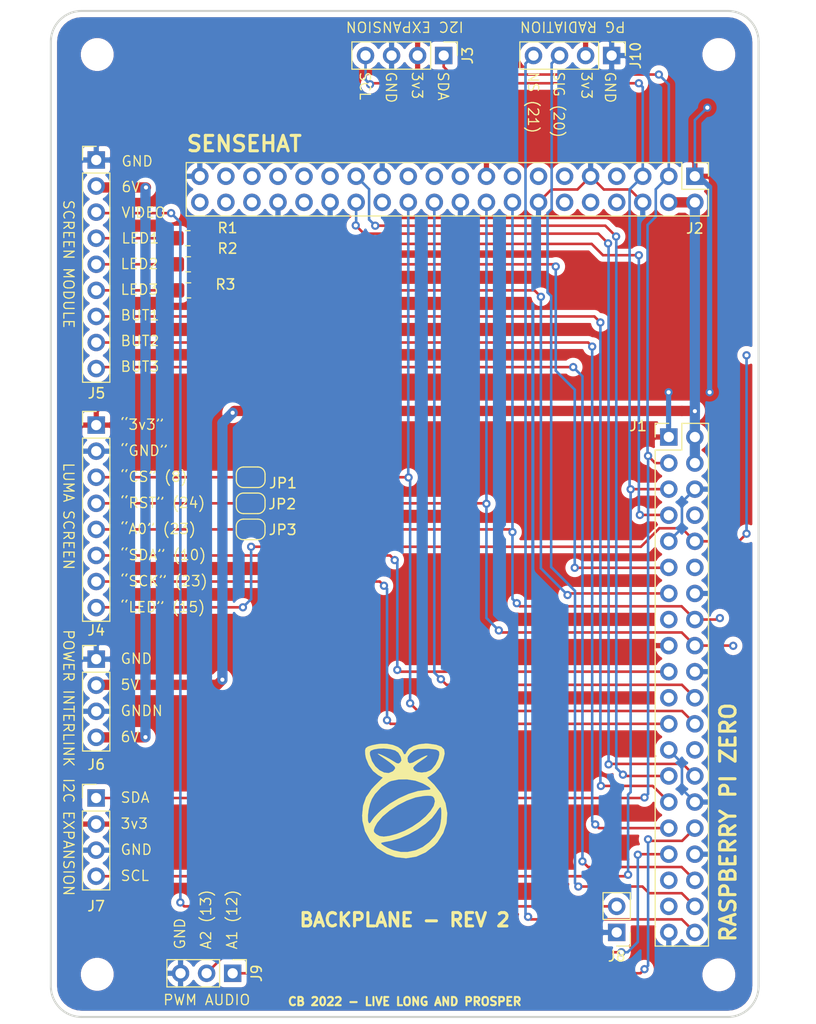
<source format=kicad_pcb>
(kicad_pcb (version 20211014) (generator pcbnew)
  (title_block (title "Picorder 1 - TR108 - Mainboard") (date "2021-02-09") (rev "1") (company "Skurf Duotronics"))
  (layers (0 "F.Cu" signal) (31 "B.Cu" signal) (34 "B.Paste" user) (35 "F.Paste" user) (36 "B.SilkS" user "B.Silkscreen") (37 "F.SilkS" user "F.Silkscreen") (38 "B.Mask" user) (39 "F.Mask" user) (44 "Edge.Cuts" user))
  (net 0 "")
  (net 1 "GND")
  (net 2 "8")
  (net 3 "25")
  (net 4 "24")
  (net 5 "5V")
  (net 6 "23")
  (net 7 "3v3")
  (net 8 "Net-(J1-Pad37)")
  (net 9 "Net-(J1-Pad35)")
  (net 10 "button2")
  (net 11 "button1")
  (net 12 "Net-(J1-Pad26)")
  (net 13 "Net-(J1-Pad21)")
  (net 14 "Net-(J1-Pad15)")
  (net 15 "LED3")
  (net 16 "Net-(J1-Pad12)")
  (net 17 "LED2")
  (net 18 "Net-(J1-Pad8)")
  (net 19 "LED1")
  (net 20 "Net-(J2-Pad40)")
  (net 21 "Net-(J2-Pad38)")
  (net 22 "Net-(J2-Pad37)")
  (net 23 "Net-(J2-Pad36)")
  (net 24 "Net-(J2-Pad35)")
  (net 25 "Net-(J2-Pad33)")
  (net 26 "Net-(J2-Pad32)")
  (net 27 "Net-(J2-Pad31)")
  (net 28 "Net-(J2-Pad29)")
  (net 29 "Net-(J2-Pad26)")
  (net 30 "Net-(J2-Pad23)")
  (net 31 "Net-(J2-Pad21)")
  (net 32 "Net-(J2-Pad19)")
  (net 33 "Net-(J2-Pad15)")
  (net 34 "Net-(J2-Pad13)")
  (net 35 "Net-(J2-Pad12)")
  (net 36 "Net-(J2-Pad11)")
  (net 37 "Net-(J2-Pad10)")
  (net 38 "Net-(J2-Pad8)")
  (net 39 "Net-(J2-Pad7)")
  (net 40 "button3")
  (net 41 "VIDEO")
  (net 42 "6V")
  (net 43 "Net-(J1-Pad13)")
  (net 44 "Net-(J1-Pad11)")
  (net 45 "Net-(J1-Pad7)")
  (net 46 "SC_LED")
  (net 47 "SCL")
  (net 48 "SDA")
  (net 49 "SC_SCK")
  (net 50 "SC_SDA")
  (net 51 "SC_A0")
  (net 52 "SC_RESET")
  (net 53 "SC_CS")
  (net 54 "audio2")
  (net 55 "audio1")
  (net 56 "ID_SC")
  (net 57 "ID_SD")
  (net 58 "NS")
  (net 59 "SIG")
  (footprint "Connector_PinHeader_2.54mm:PinHeader_2x20_P2.54mm_Vertical" (layer "F.Cu") (at 160.02 86.36)
    (fp_text reference "J1")
    (fp_text value "Raspberry Pi Zero")
  )
  (footprint "Connector_PinHeader_2.54mm:PinHeader_1x02_P2.54mm_Vertical" (layer "F.Cu") (at 154.94 134.62 180)
    (fp_text reference "J8")
    (fp_text value "Composite Video")
  )
  (footprint "Resistor_SMD:R_0805_2012Metric_Pad1.20x1.40mm_HandSolder" (layer "F.Cu") (at 113.1623 69.535 180)
    (fp_text reference "R2")
    (fp_text value "R")
  )
  (footprint "Resistor_SMD:R_0805_2012Metric_Pad1.20x1.40mm_HandSolder" (layer "F.Cu") (at 113.1858 72.075 180)
    (fp_text reference "R3")
    (fp_text value "R")
  )
  (footprint "Resistor_SMD:R_0805_2012Metric_Pad1.20x1.40mm_HandSolder" (layer "F.Cu") (at 113.1242 66.995)
    (fp_text reference "R1")
    (fp_text value "R")
  )
  (footprint "Connector_PinHeader_2.54mm:PinHeader_1x04_P2.54mm_Vertical" (layer "F.Cu") (at 104.2 108)
    (fp_text reference "J6")
    (fp_text value "power connector")
  )
  (footprint "Jumper:SolderJumper-2_P1.3mm_Open_RoundedPad1.0x1.5mm" (layer "F.Cu") (at 119.25816 90.28 180)
    (fp_text reference "JP1")
    (fp_text value "SolderJumper_2_Open")
  )
  (footprint "Jumper:SolderJumper-2_P1.3mm_Open_RoundedPad1.0x1.5mm" (layer "F.Cu") (at 119.25376 95.36 180)
    (fp_text reference "JP3")
    (fp_text value "SolderJumper_2_Open")
  )
  (footprint "Jumper:SolderJumper-2_P1.3mm_Open_RoundedPad1.0x1.5mm" (layer "F.Cu") (at 119.25816 92.82 180)
    (fp_text reference "JP2")
    (fp_text value "SolderJumper_2_Open")
  )
  (footprint "Connector_PinHeader_2.54mm:PinHeader_1x09_P2.54mm_Vertical" (layer "F.Cu") (at 104.2 59.375)
    (fp_text reference "J5")
    (fp_text value "front panel connector")
  )
  (footprint "Connector_PinHeader_2.54mm:PinHeader_1x04_P2.54mm_Vertical" (layer "F.Cu") (at 104.1908 121.5263)
    (fp_text reference "J7")
    (fp_text value "i2c Expansion")
  )
  (footprint "Connector_PinHeader_2.54mm:PinHeader_1x04_P2.54mm_Vertical" (layer "F.Cu") (at 138.074238 49.2 -90)
    (fp_text reference "J3")
    (fp_text value "i2c Expansion")
  )
  (footprint "Logos:Untitled" (layer "F.Cu") (at 134.264188 121.715)
    (fp_text reference "G***" hide)
    (fp_text value "Picorder Logo" hide)
  )
  (footprint "Connector_PinHeader_2.54mm:PinHeader_1x08_P2.54mm_Vertical" (layer "F.Cu") (at 104.2 85.2)
    (fp_text reference "J4")
    (fp_text value "Conn_01x08_Female")
  )
  (footprint "Connector_PinHeader_2.54mm:PinHeader_1x03_P2.54mm_Vertical" (layer "F.Cu") (at 117.5 138.6 -90)
    (fp_text reference "J9")
    (fp_text value "Audio Out")
  )
  (footprint "Connector_PinHeader_2.54mm:PinHeader_2x20_P2.54mm_Vertical" (layer "F.Cu") (at 162.56 60.96 -90)
    (fp_text reference "J2")
    (fp_text value "Sense Hat")
  )
  (footprint "MountingHole:MountingHole_2.2mm_M2" (layer "F.Cu") (at 164.9 49.1)
    (fp_text reference "REF**" hide)
    (fp_text value "MountingHole_2.2mm_M2")
  )
  (footprint "MountingHole:MountingHole_2.2mm_M2" (layer "F.Cu") (at 104.3 49.1)
    (fp_text reference "REF**" hide)
    (fp_text value "MountingHole_2.2mm_M2")
  )
  (footprint "MountingHole:MountingHole_2.2mm_M2" (layer "F.Cu") (at 104.3 138.7)
    (fp_text reference "REF**" hide)
    (fp_text value "MountingHole_2.2mm_M2")
  )
  (footprint "MountingHole:MountingHole_2.2mm_M2" (layer "F.Cu") (at 164.9 138.75)
    (fp_text reference "REF**" hide)
    (fp_text value "MountingHole_2.2mm_M2")
  )
  (footprint "Connector_PinHeader_2.54mm:PinHeader_1x04_P2.54mm_Vertical" (layer "F.Cu") (at 154.45 49.2 -90)
    (fp_text reference "J10")
    (fp_text value "PG GPIO")
  )
  (gr_line (start 165.774238 44.855833) (end 102.774238 44.855833) (layer "Edge.Cuts") (width 0.2))
  (gr_line (start 99.774238 47.855833) (end 99.774238 139.855833) (layer "Edge.Cuts") (width 0.2))
  (gr_arc (start 102.774238 142.855833) (mid 100.652918 141.977153) (end 99.774238 139.855833) (layer "Edge.Cuts") (width 0.2))
  (gr_line (start 102.774238 142.855833) (end 165.774238 142.855833) (layer "Edge.Cuts") (width 0.2))
  (gr_arc (start 168.774238 139.855833) (mid 167.895558 141.977153) (end 165.774238 142.855833) (layer "Edge.Cuts") (width 0.2))
  (gr_arc (start 165.774238 44.855833) (mid 167.895558 45.734513) (end 168.774238 47.855833) (layer "Edge.Cuts") (width 0.2))
  (gr_arc (start 99.774238 47.855833) (mid 100.652918 45.734513) (end 102.774238 44.855833) (layer "Edge.Cuts") (width 0.2))
  (gr_line (start 168.774238 139.855833) (end 168.774238 47.855833) (layer "Edge.Cuts") (width 0.2))
  (gr_text "SENSEHAT " (at 119.2 57.8) (layer "F.SilkS") (effects (font (size 1.5 1.5) (thickness 0.3))))
  (gr_text "RASPBERRY PI ZERO" (at 165.8 123.9 90) (layer "F.SilkS") (effects (font (size 1.5 1.5) (thickness 0.3))))
  (gr_text "GND" (at 106.58631 59.5) (layer "F.SilkS") (effects (font (size 1 1) (thickness 0.125)) (justify left)))
  (gr_text "6V" (at 106.58631 62) (layer "F.SilkS") (effects (font (size 1 1) (thickness 0.125)) (justify left)))
  (gr_text "VIDEO" (at 106.58631 64.5) (layer "F.SilkS") (effects (font (size 1 1) (thickness 0.125)) (justify left)))
  (gr_text "LED1" (at 106.58631 67) (layer "F.SilkS") (effects (font (size 1 1) (thickness 0.125)) (justify left)))
  (gr_text "LED2" (at 106.5 69.5) (layer "F.SilkS") (effects (font (size 1 1) (thickness 0.125)) (justify left)))
  (gr_text "LED3" (at 106.5 72) (layer "F.SilkS") (effects (font (size 1 1) (thickness 0.125)) (justify left)))
  (gr_text "BUT1" (at 106.5 74.5) (layer "F.SilkS") (effects (font (size 1 1) (thickness 0.125)) (justify left)))
  (gr_text "BUT2" (at 106.5 77) (layer "F.SilkS") (effects (font (size 1 1) (thickness 0.125)) (justify left)))
  (gr_text "BUT3" (at 106.5 79.5) (layer "F.SilkS") (effects (font (size 1 1) (thickness 0.125)) (justify left)))
  (gr_text "GND" (at 106.5 107.95375) (layer "F.SilkS") (effects (font (size 1 1) (thickness 0.125)) (justify left)))
  (gr_text "5V" (at 106.5 110.49375) (layer "F.SilkS") (effects (font (size 1 1) (thickness 0.125)) (justify left)))
  (gr_text "GNDN" (at 106.5 113.03375) (layer "F.SilkS") (effects (font (size 1 1) (thickness 0.125)) (justify left)))
  (gr_text "6V" (at 106.5 115.57375) (layer "F.SilkS") (effects (font (size 1 1) (thickness 0.125)) (justify left)))
  (gr_text "SDA" (at 106.5 121.48005) (layer "F.SilkS") (effects (font (size 1 1) (thickness 0.125)) (justify left)))
  (gr_text "3v3" (at 106.5 124.02005) (layer "F.SilkS") (effects (font (size 1 1) (thickness 0.125)) (justify left)))
  (gr_text "GND" (at 106.5 126.56005) (layer "F.SilkS") (effects (font (size 1 1) (thickness 0.125)) (justify left)))
  (gr_text "SCL" (at 106.5 129.10005) (layer "F.SilkS") (effects (font (size 1 1) (thickness 0.125)) (justify left)))
  (gr_text "I2C EXPANSION" (at 101.5 125.3263 -90) (layer "F.SilkS") (effects (font (size 1 1) (thickness 0.125))))
  (gr_text "SCREEN MODULE" (at 101.5 69.525 270) (layer "F.SilkS") (effects (font (size 1 1) (thickness 0.125))))
  (gr_text "BACKPLANE - REV 2" (at 134.274238 133.4) (layer "F.SilkS") (effects (font (size 1.3 1.3) (thickness 0.3))))
  (gr_text "CB 2022 - LIVE LONG AND PROSPER" (at 134.274238 141.35) (layer "F.SilkS") (effects (font (size 0.8 0.8) (thickness 0.2))))
  (gr_text "SDA" (at 138.01995 50.7 -90) (layer "F.SilkS") (effects (font (size 1 1) (thickness 0.125)) (justify left)))
  (gr_text "3v3" (at 135.47995 50.7 -90) (layer "F.SilkS") (effects (font (size 1 1) (thickness 0.125)) (justify left)))
  (gr_text "GND" (at 132.93995 50.7 -90) (layer "F.SilkS") (effects (font (size 1 1) (thickness 0.125)) (justify left)))
  (gr_text "SCL" (at 130.39995 50.7 -90) (layer "F.SilkS") (effects (font (size 1 1) (thickness 0.125)) (justify left)))
  (gr_text "I2C EXPANSION" (at 134.274238 46.4 180) (layer "F.SilkS") (effects (font (size 1 1) (thickness 0.125))))
  (gr_text "“LED” (15)" (at 106.5 102.93375) (layer "F.SilkS") (effects (font (size 1 1) (thickness 0.125)) (justify left)))
  (gr_text "“SCK” (23)" (at 106.5 100.39375) (layer "F.SilkS") (effects (font (size 1 1) (thickness 0.125)) (justify left)))
  (gr_text "“SDA” (10)" (at 106.5 97.85375) (layer "F.SilkS") (effects (font (size 1 1) (thickness 0.125)) (justify left)))
  (gr_text "“A0” (23)\n" (at 106.5 95.31375) (layer "F.SilkS") (effects (font (size 1 1) (thickness 0.125)) (justify left)))
  (gr_text "“RST” (24)" (at 106.5 92.77375) (layer "F.SilkS") (effects (font (size 1 1) (thickness 0.125)) (justify left)))
  (gr_text "“CS” (8)" (at 106.5 90.23375) (layer "F.SilkS") (effects (font (size 1 1) (thickness 0.125)) (justify left)))
  (gr_text "“GND”" (at 106.5 87.69375) (layer "F.SilkS") (effects (font (size 1 1) (thickness 0.125)) (justify left)))
  (gr_text "“3v3”\n" (at 106.5 85.15375) (layer "F.SilkS") (effects (font (size 1 1) (thickness 0.125)) (justify left)))
  (gr_text "LUMA SCREEN" (at 101.5 94.075 -90) (layer "F.SilkS") (effects (font (size 1 1) (thickness 0.125))))
  (gr_text "POWER INTERLINK" (at 101.5 111.8 -90) (layer "F.SilkS") (effects (font (size 1 1) (thickness 0.125))))
  (gr_text "PWM AUDIO" (at 114.975 141.2) (layer "F.SilkS") (effects (font (size 1 1) (thickness 0.125))))
  (gr_text "GND" (at 112.35875 136.35 90) (layer "F.SilkS") (effects (font (size 1 1) (thickness 0.125)) (justify left)))
  (gr_text "A2 (13)" (at 114.89875 136.35 90) (layer "F.SilkS") (effects (font (size 1 1) (thickness 0.125)) (justify left)))
  (gr_text "A1 (12)" (at 117.43875 136.35 90) (layer "F.SilkS") (effects (font (size 1 1) (thickness 0.125)) (justify left)))
  (gr_text "PG RADIATION" (at 150.65 46.4 180) (layer "F.SilkS") (effects (font (size 1 1) (thickness 0.125))))
  (gr_text "NS (21)" (at 146.8 50.7 -90) (layer "F.SilkS") (effects (font (size 1 1) (thickness 0.125)) (justify left)))
  (gr_text "SIG (20)\n" (at 149.3 50.7 -90) (layer "F.SilkS") (effects (font (size 1 1) (thickness 0.125)) (justify left)))
  (gr_text "3v3" (at 152 50.7 -90) (layer "F.SilkS") (effects (font (size 1 1) (thickness 0.125)) (justify left)))
  (gr_text "GND\n" (at 154.3 50.7 -90) (layer "F.SilkS") (effects (font (size 1 1) (thickness 0.125)) (justify left)))
  (segment (start 153.69 62.25) (end 152.4 60.96) (width 0.25) (layer "F.Cu") (net 1))
  (segment (start 157.48 63.5) (end 156.23 62.25) (width 0.25) (layer "F.Cu") (net 1))
  (segment (start 156.23 62.25) (end 153.69 62.25) (width 0.25) (layer "F.Cu") (net 1))
  (segment (start 148.57 62.25) (end 147.32 63.5) (width 0.25) (layer "F.Cu") (net 1))
  (segment (start 152.4 60.96) (end 151.11 62.25) (width 0.25) (layer "F.Cu") (net 1))
  (segment (start 151.11 62.25) (end 148.57 62.25) (width 0.25) (layer "F.Cu") (net 1))
  (segment (start 162.56 121.92) (end 161.3 120.66) (width 0.25) (layer "B.Cu") (net 1))
  (segment (start 161.3 120.66) (end 161.3 118.12) (width 0.25) (layer "B.Cu") (net 1))
  (segment (start 160.02 96.52) (end 161.3 95.24) (width 0.25) (layer "B.Cu") (net 1))
  (segment (start 161.3 92.7) (end 162.56 91.44) (width 0.25) (layer "B.Cu") (net 1))
  (segment (start 161.3 118.12) (end 160.02 116.84) (width 0.25) (layer "B.Cu") (net 1))
  (segment (start 161.3 95.24) (end 161.3 92.7) (width 0.25) (layer "B.Cu") (net 1))
  (segment (start 119.90816 90.28) (end 134.63 90.28) (width 0.25) (layer "F.Cu") (net 2))
  (segment (start 161.31 113.05) (end 162.56 114.3) (width 0.25) (layer "F.Cu") (net 2))
  (segment (start 134.63 90.28) (end 134.65 90.3) (width 0.25) (layer "F.Cu") (net 2))
  (segment (start 135.55 113.05) (end 161.31 113.05) (width 0.25) (layer "F.Cu") (net 2))
  (segment (start 134.8 112.3) (end 135.55 113.05) (width 0.25) (layer "F.Cu") (net 2))
  (via (at 134.65 90.3) (size 0.8) (drill 0.4) (layers "F.Cu" "B.Cu") (net 2))
  (via (at 134.8 112.3) (size 0.8) (drill 0.4) (layers "F.Cu" "B.Cu") (net 2))
  (segment (start 134.62 90.27) (end 134.65 90.3) (width 0.25) (layer "B.Cu") (net 2))
  (segment (start 134.8 112.3) (end 134.8 90.45) (width 0.25) (layer "B.Cu") (net 2))
  (segment (start 134.8 90.45) (end 134.65 90.3) (width 0.25) (layer "B.Cu") (net 2))
  (segment (start 134.62 63.5) (end 134.62 90.27) (width 0.25) (layer "B.Cu") (net 2))
  (segment (start 161.3 110.5) (end 162.56 111.76) (width 0.25) (layer "F.Cu") (net 3))
  (segment (start 137.8 109.95) (end 138.35 110.5) (width 0.25) (layer "F.Cu") (net 3))
  (segment (start 138.35 110.5) (end 161.3 110.5) (width 0.25) (layer "F.Cu") (net 3))
  (via (at 137.8 109.95) (size 0.8) (drill 0.4) (layers "F.Cu" "B.Cu") (net 3))
  (segment (start 137.16 109.31) (end 137.8 109.95) (width 0.25) (layer "B.Cu") (net 3))
  (segment (start 137.16 63.5) (end 137.16 109.31) (width 0.25) (layer "B.Cu") (net 3))
  (segment (start 119.90816 92.82) (end 142.2 92.82) (width 0.25) (layer "F.Cu") (net 4))
  (segment (start 143.65 105.4) (end 161.28 105.4) (width 0.25) (layer "F.Cu") (net 4))
  (segment (start 162.56 106.68) (end 166.28 106.68) (width 0.25) (layer "F.Cu") (net 4))
  (segment (start 162.56 106.68) (end 162.58 106.7) (width 0.25) (layer "F.Cu") (net 4))
  (segment (start 166.28 106.68) (end 166.3 106.7) (width 0.25) (layer "F.Cu") (net 4))
  (segment (start 142.2 92.82) (end 142.24 92.86) (width 0.25) (layer "F.Cu") (net 4))
  (segment (start 161.28 105.4) (end 162.56 106.68) (width 0.25) (layer "F.Cu") (net 4))
  (segment (start 119.92816 92.87188) (end 119.90816 92.89188) (width 0.25) (layer "F.Cu") (net 4))
  (segment (start 143.45 105.2) (end 143.65 105.4) (width 0.25) (layer "F.Cu") (net 4))
  (via (at 166.3 106.7) (size 0.8) (drill 0.4) (layers "F.Cu" "B.Cu") (net 4))
  (via (at 142.24 92.86) (size 0.8) (drill 0.4) (layers "F.Cu" "B.Cu") (net 4))
  (via (at 143.45 105.2) (size 0.8) (drill 0.4) (layers "F.Cu" "B.Cu") (net 4))
  (segment (start 142.24 92.86) (end 142.24 103.99) (width 0.25) (layer "B.Cu") (net 4))
  (segment (start 142.24 63.5) (end 142.24 92.86) (width 0.25) (layer "B.Cu") (net 4))
  (segment (start 142.24 103.99) (end 143.45 105.2) (width 0.25) (layer "B.Cu") (net 4))
  (segment (start 148.68 83.82) (end 128.53 83.82) (width 1) (layer "F.Cu") (net 5))
  (segment (start 104.385 110.5) (end 104.2 110.315) (width 1) (layer "F.Cu") (net 5))
  (segment (start 117.68 83.82) (end 117.5 84) (width 1) (layer "F.Cu") (net 5))
  (segment (start 128.53 83.82) (end 117.68 83.82) (width 1) (layer "F.Cu") (net 5))
  (segment (start 161.29 83.82) (end 162.54 83.82) (width 1) (layer "F.Cu") (net 5))
  (segment (start 161.29 83.82) (end 148.68 83.82) (width 1) (layer "F.Cu") (net 5))
  (segment (start 116.5 110) (end 116 110.5) (width 1) (layer "F.Cu") (net 5))
  (segment (start 116 110.5) (end 104.385 110.5) (width 1) (layer "F.Cu") (net 5))
  (segment (start 162.56 63.5) (end 160.02 63.5) (width 1) (layer "F.Cu") (net 5))
  (segment (start 162.54 83.82) (end 162.56 83.84) (width 0.5) (layer "F.Cu") (net 5))
  (via (at 162.56 83.84) (size 0.8) (drill 0.4) (layers "F.Cu" "B.Cu") (net 5))
  (via (at 117.5 84) (size 0.8) (drill 0.4) (layers "F.Cu" "B.Cu") (net 5))
  (via (at 116.5 110) (size 0.8) (drill 0.4) (layers "F.Cu" "B.Cu") (net 5))
  (segment (start 117.5 84) (end 116.5 85) (width 1) (layer "B.Cu") (net 5))
  (segment (start 116.5 85) (end 116.5 110) (width 1) (layer "B.Cu") (net 5))
  (segment (start 162.56 86.36) (end 162.56 83.84) (width 1) (layer "B.Cu") (net 5))
  (segment (start 162.56 83.84) (end 162.56 63.5) (width 1) (layer "B.Cu") (net 5))
  (segment (start 162.56 86.36) (end 162.56 88.9) (width 1) (layer "B.Cu") (net 5))
  (segment (start 162.56 86.36) (end 162.56 85.09) (width 1) (layer "B.Cu") (net 5))
  (segment (start 144.52 95.36) (end 144.78 95.62) (width 0.25) (layer "F.Cu") (net 6))
  (segment (start 145.2 102.55) (end 145.5 102.85) (width 0.25) (layer "F.Cu") (net 6))
  (segment (start 120.01816 95.32188) (end 119.90816 95.43188) (width 0.25) (layer "F.Cu") (net 6))
  (segment (start 162.56 104.14) (end 164.86 104.14) (width 0.25) (layer "F.Cu") (net 6))
  (segment (start 119.90376 95.36) (end 144.52 95.36) (width 0.25) (layer "F.Cu") (net 6))
  (segment (start 161.27 102.85) (end 162.56 104.14) (width 0.25) (layer "F.Cu") (net 6))
  (segment (start 145.5 102.85) (end 161.27 102.85) (width 0.25) (layer "F.Cu") (net 6))
  (via (at 144.78 95.62) (size 0.8) (drill 0.4) (layers "F.Cu" "B.Cu") (net 6))
  (via (at 165 104) (size 0.8) (drill 0.4) (layers "F.Cu" "B.Cu") (net 6))
  (via (at 145.2 102.55) (size 0.8) (drill 0.4) (layers "F.Cu" "B.Cu") (net 6))
  (segment (start 144.78 95.62) (end 144.78 102.13) (width 0.25) (layer "B.Cu") (net 6))
  (segment (start 144.78 102.13) (end 145.2 102.55) (width 0.25) (layer "B.Cu") (net 6))
  (segment (start 144.78 63.5) (end 144.78 95.62) (width 0.25) (layer "B.Cu") (net 6))
  (segment (start 164.86 104.14) (end 165 104) (width 0.25) (layer "B.Cu") (net 6))
  (segment (start 164 82) (end 160 82) (width 0.5) (layer "F.Cu") (net 7))
  (via (at 164 82) (size 0.8) (drill 0.4) (layers "F.Cu" "B.Cu") (net 7))
  (via (at 163.775 54.275) (size 0.8) (drill 0.4) (layers "F.Cu" "B.Cu") (net 7))
  (via (at 160 82) (size 0.8) (drill 0.4) (layers "F.Cu" "B.Cu") (net 7))
  (segment (start 162.56 55.49) (end 163.775 54.275) (width 0.25) (layer "B.Cu") (net 7))
  (segment (start 164 62) (end 164 82) (width 0.5) (layer "B.Cu") (net 7))
  (segment (start 160 86.34) (end 160.02 86.36) (width 0.5) (layer "B.Cu") (net 7))
  (segment (start 160 82) (end 160 86.34) (width 0.5) (layer "B.Cu") (net 7))
  (segment (start 162.96 60.96) (end 164 62) (width 0.5) (layer "B.Cu") (net 7))
  (segment (start 162.56 60.96) (end 162.56 55.49) (width 0.25) (layer "B.Cu") (net 7))
  (segment (start 162.56 60.96) (end 162.96 60.96) (width 0.5) (layer "B.Cu") (net 7))
  (segment (start 160.02 124.46) (end 153.21 124.46) (width 0.25) (layer "F.Cu") (net 10))
  (segment (start 104.355 77) (end 104.2 77.155) (width 0.25) (layer "F.Cu") (net 10))
  (segment (start 152.155 77.155) (end 152.55 77.55) (width 0.25) (layer "F.Cu") (net 10))
  (segment (start 153.21 124.46) (end 152.85 124.1) (width 0.25) (layer "F.Cu") (net 10))
  (segment (start 104.2 77.155) (end 152.155 77.155) (width 0.25) (layer "F.Cu") (net 10))
  (via (at 152.85 124.1) (size 0.8) (drill 0.4) (layers "F.Cu" "B.Cu") (net 10))
  (via (at 152.55 77.55) (size 0.8) (drill 0.4) (layers "F.Cu" "B.Cu") (net 10))
  (segment (start 152.55 123.8) (end 152.85 124.1) (width 0.25) (layer "B.Cu") (net 10))
  (segment (start 152.55 77.55) (end 152.55 123.8) (width 0.25) (layer "B.Cu") (net 10))
  (segment (start 152.765 74.615) (end 153.35 75.2) (width 0.25) (layer "F.Cu") (net 11))
  (segment (start 158.45 120.35) (end 160.02 121.92) (width 0.25) (layer "F.Cu") (net 11))
  (segment (start 153.4 120.35) (end 158.45 120.35) (width 0.25) (layer "F.Cu") (net 11))
  (segment (start 104.2 74.615) (end 152.765 74.615) (width 0.25) (layer "F.Cu") (net 11))
  (via (at 153.35 75.2) (size 0.8) (drill 0.4) (layers "F.Cu" "B.Cu") (net 11))
  (via (at 153.4 120.35) (size 0.8) (drill 0.4) (layers "F.Cu" "B.Cu") (net 11))
  (segment (start 153.35 120.3) (end 153.4 120.35) (width 0.25) (layer "B.Cu") (net 11))
  (segment (start 153.35 75.2) (end 153.35 120.3) (width 0.25) (layer "B.Cu") (net 11))
  (segment (start 112.1858 72.075) (end 104.2 72.075) (width 0.25) (layer "F.Cu") (net 15))
  (segment (start 104.235 69.5) (end 104.2 69.535) (width 0.25) (layer "F.Cu") (net 17))
  (segment (start 112.1623 69.535) (end 104.2 69.535) (width 0.25) (layer "F.Cu") (net 17))
  (segment (start 112.1242 66.995) (end 104.2 66.995) (width 0.25) (layer "F.Cu") (net 19))
  (segment (start 104.345 79.55) (end 104.2 79.695) (width 0.25) (layer "F.Cu") (net 40))
  (segment (start 162.56 129.54) (end 161.27 128.25) (width 0.25) (layer "F.Cu") (net 40))
  (segment (start 152.15 128.25) (end 151.6 127.7) (width 0.25) (layer "F.Cu") (net 40))
  (segment (start 104.395 79.5) (end 104.2 79.695) (width 0.25) (layer "F.Cu") (net 40))
  (segment (start 150.7 79.55) (end 104.345 79.55) (width 0.25) (layer "F.Cu") (net 40))
  (segment (start 161.27 128.25) (end 152.15 128.25) (width 0.25) (layer "F.Cu") (net 40))
  (via (at 151.6 127.7) (size 0.8) (drill 0.4) (layers "F.Cu" "B.Cu") (net 40))
  (via (at 150.7 79.55) (size 0.8) (drill 0.4) (layers "F.Cu" "B.Cu") (net 40))
  (segment (start 151.6 127.7) (end 151.6 80.45) (width 0.25) (layer "B.Cu") (net 40))
  (segment (start 151.6 80.45) (end 150.7 79.55) (width 0.25) (layer "B.Cu") (net 40))
  (segment (start 154.94 132.08) (end 112.78 132.08) (width 0.25) (layer "F.Cu") (net 41))
  (segment (start 112.78 132.08) (end 112.4 131.7) (width 0.25) (layer "F.Cu") (net 41))
  (segment (start 111.5 64.55) (end 104.295 64.55) (width 0.25) (layer "F.Cu") (net 41))
  (segment (start 104.295 64.55) (end 104.2 64.455) (width 0.25) (layer "F.Cu") (net 41))
  (via (at 112.4 131.7) (size 0.8) (drill 0.4) (layers "F.Cu" "B.Cu") (net 41))
  (via (at 111.5 64.55) (size 0.8) (drill 0.4) (layers "F.Cu" "B.Cu") (net 41))
  (segment (start 112.4 65.45) (end 112.4 131.7) (width 0.25) (layer "B.Cu") (net 41))
  (segment (start 111.5 64.55) (end 112.4 65.45) (width 0.25) (layer "B.Cu") (net 41))
  (segment (start 104.2 115.62) (end 108.98 115.62) (width 1) (layer "F.Cu") (net 42))
  (segment (start 104.335 62.05) (end 104.2 61.915) (width 0.5) (layer "F.Cu") (net 42))
  (segment (start 109.05 62.05) (end 104.335 62.05) (width 1) (layer "F.Cu") (net 42))
  (segment (start 108.98 115.62) (end 109 115.6) (width 0.5) (layer "F.Cu") (net 42))
  (via (at 109 115.6) (size 0.8) (drill 0.4) (layers "F.Cu" "B.Cu") (net 42))
  (via (at 109.05 62.05) (size 0.8) (drill 0.4) (layers "F.Cu" "B.Cu") (net 42))
  (segment (start 109 115.6) (end 109 62.1) (width 1) (layer "B.Cu") (net 42))
  (segment (start 109 62.1) (end 109.05 62.05) (width 0.5) (layer "B.Cu") (net 42))
  (segment (start 104.2 115.62) (end 104.38 115.8) (width 1) (layer "B.Cu") (net 42))
  (segment (start 114.1002 72.06) (end 114.0748 72.0854) (width 0.25) (layer "F.Cu") (net 43))
  (segment (start 146.925 72.075) (end 147.55 72.7) (width 0.25) (layer "F.Cu") (net 43))
  (segment (start 150.299989 101.6) (end 150.149989 101.75) (width 0.25) (layer "F.Cu") (net 43))
  (segment (start 114.1858 72.075) (end 146.925 72.075) (width 0.25) (layer "F.Cu") (net 43))
  (segment (start 160.0073 101.5873) (end 160.02 101.6) (width 0.25) (layer "F.Cu") (net 43))
  (segment (start 160.02 101.6) (end 150.299989 101.6) (width 0.25) (layer "F.Cu") (net 43))
  (via (at 147.55 72.7) (size 0.8) (drill 0.4) (layers "F.Cu" "B.Cu") (net 43))
  (via (at 150.149989 101.75) (size 0.8) (drill 0.4) (layers "F.Cu" "B.Cu") (net 43))
  (segment (start 147.55 99.150011) (end 150.149989 101.75) (width 0.25) (layer "B.Cu") (net 43))
  (segment (start 147.55 72.7) (end 147.55 99.150011) (width 0.25) (layer "B.Cu") (net 43))
  (segment (start 114.1623 69.535) (end 148.785 69.535) (width 0.25) (layer "F.Cu") (net 44))
  (segment (start 159.98 99.1) (end 160.02 99.06) (width 0.25) (layer "F.Cu") (net 44))
  (segment (start 150.85 99.1) (end 159.98 99.1) (width 0.25) (layer "F.Cu") (net 44))
  (segment (start 148.785 69.535) (end 149 69.75) (width 0.25) (layer "F.Cu") (net 44))
  (via (at 149 69.75) (size 0.8) (drill 0.4) (layers "F.Cu" "B.Cu") (net 44))
  (via (at 150.85 99.1) (size 0.8) (drill 0.4) (layers "F.Cu" "B.Cu") (net 44))
  (segment (start 150.85 81.75) (end 150.85 99.1) (width 0.25) (layer "B.Cu") (net 44))
  (segment (start 149 69.75) (end 149 79.9) (width 0.25) (layer "B.Cu") (net 44))
  (segment (start 149 79.9) (end 150.85 81.75) (width 0.25) (layer "B.Cu") (net 44))
  (segment (start 128.795 66.995) (end 129.35 67.55) (width 0.25) (layer "F.Cu") (net 45))
  (segment (start 159.99 93.95) (end 160.02 93.98) (width 0.25) (layer "F.Cu") (net 45))
  (segment (start 153.6 68.65) (end 157.1 68.65) (width 0.25) (layer "F.Cu") (net 45))
  (segment (start 114.1242 66.995) (end 128.795 66.995) (width 0.25) (layer "F.Cu") (net 45))
  (segment (start 157.2 93.95) (end 159.99 93.95) (width 0.25) (layer "F.Cu") (net 45))
  (segment (start 129.35 67.55) (end 152.5 67.55) (width 0.25) (layer "F.Cu") (net 45))
  (segment (start 152.5 67.55) (end 153.6 68.65) (width 0.25) (layer "F.Cu") (net 45))
  (via (at 157.2 93.95) (size 0.8) (drill 0.4) (layers "F.Cu" "B.Cu") (net 45))
  (via (at 157.1 68.65) (size 0.8) (drill 0.4) (layers "F.Cu" "B.Cu") (net 45))
  (segment (start 157.1 68.65) (end 157.1 93.85) (width 0.25) (layer "B.Cu") (net 45))
  (segment (start 157.1 93.85) (end 157.2 93.95) (width 0.25) (layer "B.Cu") (net 45))
  (segment (start 118.5 102.95) (end 104.23 102.95) (width 0.25) (layer "F.Cu") (net 46))
  (segment (start 161.29 95.25) (end 159.1 95.25) (width 0.25) (layer "F.Cu") (net 46))
  (segment (start 162.56 96.52) (end 166.855002 96.52) (width 0.25) (layer "F.Cu") (net 46))
  (segment (start 166.855002 96.52) (end 167.6 95.775002) (width 0.25) (layer "F.Cu") (net 46))
  (segment (start 104.23 102.95) (end 104.2 102.98) (width 0.25) (layer "F.Cu") (net 46))
  (segment (start 159.1 95.25) (end 157.3 97.05) (width 0.25) (layer "F.Cu") (net 46))
  (segment (start 162.56 96.52) (end 161.29 95.25) (width 0.25) (layer "F.Cu") (net 46))
  (segment (start 157.3 97.05) (end 119.3 97.05) (width 0.25) (layer "F.Cu") (net 46))
  (via (at 167.6 95.775002) (size 0.8) (drill 0.4) (layers "F.Cu" "B.Cu") (net 46))
  (via (at 167.6 78.400002) (size 0.8) (drill 0.4) (layers "F.Cu" "B.Cu") (net 46))
  (via (at 118.5 102.95) (size 0.8) (drill 0.4) (layers "F.Cu" "B.Cu") (net 46))
  (via (at 119.3 97.05) (size 0.8) (drill 0.4) (layers "F.Cu" "B.Cu") (net 46))
  (segment (start 104.2 102.98) (end 104.205 102.975) (width 0.25) (layer "B.Cu") (net 46))
  (segment (start 119.3 97.05) (end 119.3 102.15) (width 0.25) (layer "B.Cu") (net 46))
  (segment (start 167.6 95.209317) (end 167.6 78.400002) (width 0.25) (layer "B.Cu") (net 46))
  (segment (start 167.6 95.775002) (end 167.6 95.209317) (width 0.25) (layer "B.Cu") (net 46))
  (segment (start 119.3 102.15) (end 118.5 102.95) (width 0.25) (layer "B.Cu") (net 46))
  (segment (start 104.1908 129.1463) (end 155.9037 129.1463) (width 0.25) (layer "F.Cu") (net 47))
  (segment (start 157.1 51.9) (end 131 51.9) (width 0.25) (layer "F.Cu") (net 47))
  (segment (start 160.02 91.44) (end 156.310002 91.44) (width 0.25) (layer "F.Cu") (net 47))
  (segment (start 155.9037 129.1463) (end 156.05 129) (width 0.25) (layer "F.Cu") (net 47))
  (segment (start 156.310002 91.44) (end 156.3 91.450002) (width 0.25) (layer "F.Cu") (net 47))
  (segment (start 131 51.9) (end 130.9 52) (width 0.25) (layer "F.Cu") (net 47))
  (via (at 130.9 52) (size 0.8) (drill 0.4) (layers "F.Cu" "B.Cu") (net 47))
  (via (at 156.05 129) (size 0.8) (drill 0.4) (layers "F.Cu" "B.Cu") (net 47))
  (via (at 157.1 51.9) (size 0.8) (drill 0.4) (layers "F.Cu" "B.Cu") (net 47))
  (via (at 156.3 91.450002) (size 0.8) (drill 0.4) (layers "F.Cu" "B.Cu") (net 47))
  (segment (start 156.2 91.350002) (end 156.3 91.450002) (width 0.25) (layer "B.Cu") (net 47))
  (segment (start 156.3 120.95) (end 156.3 91.450002) (width 0.25) (layer "B.Cu") (net 47))
  (segment (start 157.48 52.28) (end 157.1 51.9) (width 0.25) (layer "B.Cu") (net 47))
  (segment (start 156.05 129) (end 156.05 121.2) (width 0.25) (layer "B.Cu") (net 47))
  (segment (start 130.454238 51.554238) (end 130.9 52) (width 0.25) (layer "B.Cu") (net 47))
  (segment (start 156.2 62.24) (end 156.2 91.350002) (width 0.25) (layer "B.Cu") (net 47))
  (segment (start 157.48 60.96) (end 157.48 52.28) (width 0.25) (layer "B.Cu") (net 47))
  (segment (start 157.48 60.96) (end 156.2 62.24) (width 0.25) (layer "B.Cu") (net 47))
  (segment (start 156.05 121.2) (end 156.3 120.95) (width 0.25) (layer "B.Cu") (net 47))
  (segment (start 130.454238 49.2) (end 130.454238 51.554238) (width 0.25) (layer "B.Cu") (net 47))
  (segment (start 158.7 88.9) (end 158 88.2) (width 0.25) (layer "F.Cu") (net 48))
  (segment (start 138.074238 49.2) (end 138.074238 50.3) (width 0.25) (layer "F.Cu") (net 48))
  (segment (start 160.02 88.9) (end 158.7 88.9) (width 0.25) (layer "F.Cu") (net 48))
  (segment (start 138.824238 51.05) (end 159.05 51.05) (width 0.25) (layer "F.Cu") (net 48))
  (segment (start 157.598702 121.5263) (end 157.65 121.475002) (width 0.25) (layer "F.Cu") (net 48))
  (segment (start 104.1908 121.5263) (end 157.598702 121.5263) (width 0.25) (layer "F.Cu") (net 48))
  (segment (start 138.074238 50.3) (end 138.824238 51.05) (width 0.25) (layer "F.Cu") (net 48))
  (via (at 159.05 51.05) (size 0.8) (drill 0.4) (layers "F.Cu" "B.Cu") (net 48))
  (via (at 158 88.2) (size 0.8) (drill 0.4) (layers "F.Cu" "B.Cu") (net 48))
  (via (at 157.65 121.475002) (size 0.8) (drill 0.4) (layers "F.Cu" "B.Cu") (net 48))
  (segment (start 158.75 64.9) (end 158.75 62.23) (width 0.25) (layer "B.Cu") (net 48))
  (segment (start 157.95 65.7) (end 158.75 64.9) (width 0.25) (layer "B.Cu") (net 48))
  (segment (start 157.95 88.15) (end 157.95 65.7) (width 0.25) (layer "B.Cu") (net 48))
  (segment (start 158 121.125002) (end 157.65 121.475002) (width 0.25) (layer "B.Cu") (net 48))
  (segment (start 160.02 52.02) (end 159.05 51.05) (width 0.25) (layer "B.Cu") (net 48))
  (segment (start 160.02 60.96) (end 160.02 52.02) (width 0.25) (layer "B.Cu") (net 48))
  (segment (start 158.75 62.23) (end 160.02 60.96) (width 0.25) (layer "B.Cu") (net 48))
  (segment (start 158 88.2) (end 157.95 88.15) (width 0.25) (layer "B.Cu") (net 48))
  (segment (start 158 88.2) (end 158 121.125002) (width 0.25) (layer "B.Cu") (net 48))
  (segment (start 160.02 114.3) (end 132.9 114.3) (width 0.25) (layer "F.Cu") (net 49))
  (segment (start 104.2 100.44) (end 131.84 100.44) (width 0.25) (layer "F.Cu") (net 49))
  (segment (start 132.9 114.3) (end 132.55 113.95) (width 0.25) (layer "F.Cu") (net 49))
  (segment (start 131.84 100.44) (end 132.25 100.85) (width 0.25) (layer "F.Cu") (net 49))
  (via (at 132.25 100.85) (size 0.8) (drill 0.4) (layers "F.Cu" "B.Cu") (net 49))
  (via (at 132.55 113.95) (size 0.8) (drill 0.4) (layers "F.Cu" "B.Cu") (net 49))
  (segment (start 132.55 101.15) (end 132.25 100.85) (width 0.25) (layer "B.Cu") (net 49))
  (segment (start 132.55 113.95) (end 132.55 101.15) (width 0.25) (layer "B.Cu") (net 49))
  (segment (start 160 109.2) (end 160.02 109.22) (width 0.25) (layer "F.Cu") (net 50))
  (segment (start 133.72 109.22) (end 133.55 109.05) (width 0.25) (layer "F.Cu") (net 50))
  (segment (start 104.2 97.9) (end 132.85 97.9) (width 0.25) (layer "F.Cu") (net 50))
  (segment (start 132.85 97.9) (end 133.3 98.35) (width 0.25) (layer "F.Cu") (net 50))
  (segment (start 160.02 109.22) (end 133.72 109.22) (width 0.25) (layer "F.Cu") (net 50))
  (via (at 133.55 109.05) (size 0.8) (drill 0.4) (layers "F.Cu" "B.Cu") (net 50))
  (via (at 133.3 98.35) (size 0.8) (drill 0.4) (layers "F.Cu" "B.Cu") (net 50))
  (segment (start 133.55 98.6) (end 133.3 98.35) (width 0.25) (layer "B.Cu") (net 50))
  (segment (start 133.55 109.05) (end 133.55 98.6) (width 0.25) (layer "B.Cu") (net 50))
  (segment (start 118.60376 95.36) (end 104.2 95.36) (width 0.25) (layer "F.Cu") (net 51))
  (segment (start 118.60816 92.82) (end 104.2 92.82) (width 0.25) (layer "F.Cu") (net 52))
  (segment (start 118.60816 90.28) (end 104.2 90.28) (width 0.25) (layer "F.Cu") (net 53))
  (segment (start 114.96 138.6) (end 117.01 136.55) (width 0.25) (layer "F.Cu") (net 54))
  (segment (start 160.02 127) (end 157.05 127) (width 0.25) (layer "F.Cu") (net 54))
  (segment (start 157.05 127) (end 157 127.05) (width 0.25) (layer "F.Cu") (net 54))
  (segment (start 117.01 136.55) (end 155.4 136.55) (width 0.25) (layer "F.Cu") (net 54))
  (via (at 155.4 136.55) (size 0.8) (drill 0.4) (layers "F.Cu" "B.Cu") (net 54))
  (via (at 157 127.05) (size 0.8) (drill 0.4) (layers "F.Cu" "B.Cu") (net 54))
  (segment (start 156 136.55) (end 155.4 136.55) (width 0.25) (layer "B.Cu") (net 54))
  (segment (start 157 127.05) (end 157 135.55) (width 0.25) (layer "B.Cu") (net 54))
  (segment (start 157 135.55) (end 156 136.55) (width 0.25) (layer "B.Cu") (net 54))
  (segment (start 158.15 125.7) (end 158 125.55) (width 0.25) (layer "F.Cu") (net 55))
  (segment (start 161.32 125.7) (end 158.15 125.7) (width 0.25) (layer "F.Cu") (net 55))
  (segment (start 117.5 138.6) (end 157.250001 138.599999) (width 0.25) (layer "F.Cu") (net 55))
  (segment (start 157.250001 138.599999) (end 157.65 138.2) (width 0.25) (layer "F.Cu") (net 55))
  (segment (start 162.56 124.46) (end 161.32 125.7) (width 0.25) (layer "F.Cu") (net 55))
  (via (at 157.65 138.2) (size 0.8) (drill 0.4) (layers "F.Cu" "B.Cu") (net 55))
  (via (at 158 125.55) (size 0.8) (drill 0.4) (layers "F.Cu" "B.Cu") (net 55))
  (segment (start 158 137.85) (end 157.65 138.2) (width 0.25) (layer "B.Cu") (net 55))
  (segment (start 158 125.55) (end 158 137.85) (width 0.25) (layer "B.Cu") (net 55))
  (segment (start 154.1 67.49999) (end 153.15001 66.55) (width 0.25) (layer "F.Cu") (net 56))
  (segment (start 162.56 119.38) (end 161.384999 118.204999) (width 0.25) (layer "F.Cu") (net 56))
  (segment (start 154.195001 118.204999) (end 154.15 118.25) (width 0.25) (layer "F.Cu") (net 56))
  (segment (start 130.300001 66.55) (end 129.5 65.749999) (width 0.25) (layer "F.Cu") (net 56))
  (segment (start 161.384999 118.204999) (end 154.195001 118.204999) (width 0.25) (layer "F.Cu") (net 56))
  (segment (start 153.15001 66.55) (end 130.300001 66.55) (width 0.25) (layer "F.Cu") (net 56))
  (via (at 154.1 67.49999) (size 0.8) (drill 0.4) (layers "F.Cu" "B.Cu") (net 56))
  (via (at 129.5 65.749999) (size 0.8) (drill 0.4) (layers "F.Cu" "B.Cu") (net 56))
  (via (at 154.15 118.25) (size 0.8) (drill 0.4) (layers "F.Cu" "B.Cu") (net 56))
  (segment (start 129.54 65.709999) (end 129.5 65.749999) (width 0.25) (layer "B.Cu") (net 56))
  (segment (start 129.54 63.5) (end 129.54 65.709999) (width 0.25) (layer "B.Cu") (net 56))
  (segment (start 154.15 67.54999) (end 154.1 67.49999) (width 0.25) (layer "B.Cu") (net 56))
  (segment (start 154.15 118.25) (end 154.15 67.54999) (width 0.25) (layer "B.Cu") (net 56))
  (segment (start 153.830095 65.774994) (end 131.400007 65.774994) (width 0.25) (layer "F.Cu") (net 57))
  (segment (start 160.02 119.38) (end 155.68 119.38) (width 0.25) (layer "F.Cu") (net 57))
  (segment (start 154.882763 66.827662) (end 153.830095 65.774994) (width 0.25) (layer "F.Cu") (net 57))
  (segment (start 155.68 119.38) (end 155.55 119.25) (width 0.25) (layer "F.Cu") (net 57))
  (via (at 131.400007 65.774994) (size 0.8) (drill 0.4) (layers "F.Cu" "B.Cu") (net 57))
  (via (at 155.55 119.25) (size 0.8) (drill 0.4) (layers "F.Cu" "B.Cu") (net 57))
  (via (at 154.882763 66.827662) (size 0.8) (drill 0.4) (layers "F.Cu" "B.Cu") (net 57))
  (segment (start 154.9 118.6) (end 154.9 66.844899) (width 0.25) (layer "B.Cu") (net 57))
  (segment (start 130.8 62.22) (end 130.8 65.174987) (width 0.25) (layer "B.Cu") (net 57))
  (segment (start 129.54 60.96) (end 130.8 62.22) (width 0.25) (layer "B.Cu") (net 57))
  (segment (start 155.55 119.25) (end 154.9 118.6) (width 0.25) (layer "B.Cu") (net 57))
  (segment (start 154.9 66.844899) (end 154.882763 66.827662) (width 0.25) (layer "B.Cu") (net 57))
  (segment (start 130.8 65.174987) (end 131.400007 65.774994) (width 0.25) (layer "B.Cu") (net 57))
  (segment (start 161.29 133.35) (end 146.55 133.35) (width 0.25) (layer "F.Cu") (net 58))
  (segment (start 146.55 133.35) (end 146.3 133.1) (width 0.25) (layer "F.Cu") (net 58))
  (segment (start 162.56 134.62) (end 161.29 133.35) (width 0.25) (layer "F.Cu") (net 58))
  (via (at 146.3 133.1) (size 0.8) (drill 0.4) (layers "F.Cu" "B.Cu") (net 58))
  (segment (start 146.05 49.98) (end 146.05 132.85) (width 0.25) (layer "B.Cu") (net 58))
  (segment (start 146.83 49.2) (end 146.05 49.98) (width 0.25) (layer "B.Cu") (net 58))
  (segment (start 146.05 132.85) (end 146.3 133.1) (width 0.25) (layer "B.Cu") (net 58))
  (segment (start 161.28 130.8) (end 162.56 132.08) (width 0.25) (layer "F.Cu") (net 59))
  (segment (start 157.45 130.15) (end 158.1 130.8) (width 0.25) (layer "F.Cu") (net 59))
  (segment (start 158.1 130.8) (end 161.28 130.8) (width 0.25) (layer "F.Cu") (net 59))
  (segment (start 151.2 130.15) (end 157.45 130.15) (width 0.25) (layer "F.Cu") (net 59))
  (via (at 151.2 130.15) (size 0.8) (drill 0.4) (layers "F.Cu" "B.Cu") (net 59))
  (segment (start 148.6 49.97) (end 148.6 64.149) (width 0.25) (layer "B.Cu") (net 59))
  (segment (start 149.37 49.2) (end 148.6 49.97) (width 0.25) (layer "B.Cu") (net 59))
  (segment (start 150.874999 129.824999) (end 151.2 130.15) (width 0.25) (layer "B.Cu") (net 59))
  (segment (start 148.6 64.149) (end 148.2 64.549) (width 0.25) (layer "B.Cu") (net 59))
  (segment (start 150.874999 101.351997) (end 150.874999 129.824999) (width 0.25) (layer "B.Cu") (net 59))
  (segment (start 148.54999 72.626988) (end 148.54999 99.026988) (width 0.25) (layer "B.Cu") (net 59))
  (segment (start 148.2 64.549) (end 148.2 72.276998) (width 0.25) (layer "B.Cu") (net 59))
  (segment (start 148.2 72.276998) (end 148.54999 72.626988) (width 0.25) (layer "B.Cu") (net 59))
  (segment (start 148.54999 99.026988) (end 150.874999 101.351997) (width 0.25) (layer "B.Cu") (net 59))
  (zone (net 7) (net_name "3v3") (layer "F.Cu") (connect_pads (clearance 0.508)) (min_thickness 0.254) (fill yes (thermal_gap 0.508) (thermal_bridge_width 0.508))
    (polygon (pts (xy 168.8 44.7) (xy 170.475 48.7) (xy 171 140.7) (xy 169.7 143.4) (xy 101.475 143.55) (xy 98.5 142.5) (xy 97.475 46.8) (xy 98.375 44.425)))
  )
  (zone (net 1) (net_name "GND") (layer "B.Cu") (connect_pads (clearance 0.508)) (min_thickness 0.254) (fill yes (thermal_gap 0.508) (thermal_bridge_width 0.508))
    (polygon (pts (xy 168.4 44.1) (xy 170.3 47.1) (xy 172.05 139.225) (xy 169.275 143.475) (xy 103.875 143.475) (xy 98.325 142.15) (xy 97.725 43.875)))
  )
)
</source>
